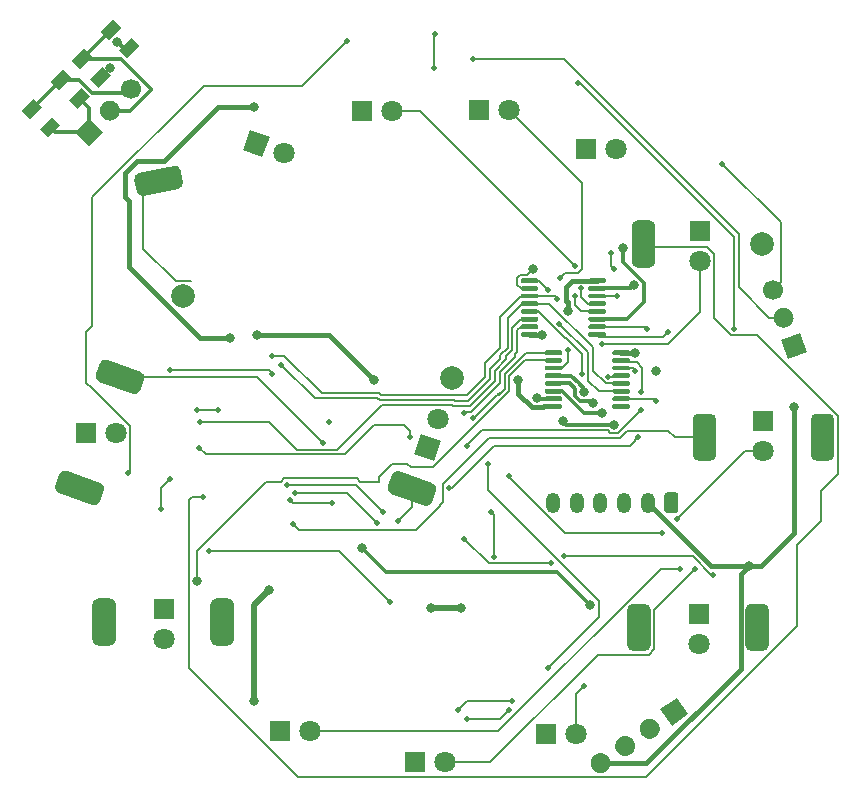
<source format=gbr>
%TF.GenerationSoftware,KiCad,Pcbnew,5.1.9*%
%TF.CreationDate,2021-04-14T19:17:29+02:00*%
%TF.ProjectId,custom-pcb,63757374-6f6d-42d7-9063-622e6b696361,rev?*%
%TF.SameCoordinates,Original*%
%TF.FileFunction,Copper,L1,Top*%
%TF.FilePolarity,Positive*%
%FSLAX46Y46*%
G04 Gerber Fmt 4.6, Leading zero omitted, Abs format (unit mm)*
G04 Created by KiCad (PCBNEW 5.1.9) date 2021-04-14 19:17:29*
%MOMM*%
%LPD*%
G01*
G04 APERTURE LIST*
%TA.AperFunction,ComponentPad*%
%ADD10C,2.000000*%
%TD*%
%TA.AperFunction,ComponentPad*%
%ADD11C,1.800000*%
%TD*%
%TA.AperFunction,ComponentPad*%
%ADD12C,0.100000*%
%TD*%
%TA.AperFunction,ComponentPad*%
%ADD13R,1.800000X1.800000*%
%TD*%
%TA.AperFunction,ComponentPad*%
%ADD14O,1.200000X1.750000*%
%TD*%
%TA.AperFunction,ComponentPad*%
%ADD15C,1.700000*%
%TD*%
%TA.AperFunction,SMDPad,CuDef*%
%ADD16C,0.100000*%
%TD*%
%TA.AperFunction,ViaPad*%
%ADD17C,0.800000*%
%TD*%
%TA.AperFunction,ViaPad*%
%ADD18C,0.500000*%
%TD*%
%TA.AperFunction,Conductor*%
%ADD19C,0.400000*%
%TD*%
%TA.AperFunction,Conductor*%
%ADD20C,0.500000*%
%TD*%
%TA.AperFunction,Conductor*%
%ADD21C,0.200000*%
%TD*%
%TA.AperFunction,Conductor*%
%ADD22C,0.300000*%
%TD*%
G04 APERTURE END LIST*
D10*
%TO.P,SW8,2*%
%TO.N,N/C*%
X92784358Y-69914738D03*
%TO.P,SW8,1*%
%TO.N,TOUCH_LIGHT*%
%TA.AperFunction,ComponentPad*%
G36*
G01*
X92380375Y-60799542D02*
X89445932Y-61423277D01*
G75*
G02*
X88852902Y-61038159I-103956J489074D01*
G01*
X88644991Y-60060012D01*
G75*
G02*
X89030109Y-59466982I489074J103956D01*
G01*
X91964552Y-58843247D01*
G75*
G02*
X92557582Y-59228365I103956J-489074D01*
G01*
X92765493Y-60206512D01*
G75*
G02*
X92380375Y-60799542I-489074J-103956D01*
G01*
G37*
%TD.AperFunction*%
%TD*%
D11*
%TO.P,D1,2*%
%TO.N,LED_WHITE_POWER*%
X114355931Y-80315581D03*
%TA.AperFunction,ComponentPad*%
D12*
%TO.P,D1,1*%
%TO.N,Net-(D1-Pad1)*%
G36*
X114025105Y-83855941D02*
G01*
X112333659Y-83240305D01*
X112949295Y-81548859D01*
X114640741Y-82164495D01*
X114025105Y-83855941D01*
G37*
%TD.AperFunction*%
%TD*%
D13*
%TO.P,D2,1*%
%TO.N,Net-(D2-Pad1)*%
X141884400Y-80467200D03*
D11*
%TO.P,D2,2*%
%TO.N,LED_WHITE_NIGHT*%
X141884400Y-83007200D03*
%TD*%
%TO.P,D3,2*%
%TO.N,LED_WHITE_LOCK*%
X91186000Y-98907600D03*
D13*
%TO.P,D3,1*%
%TO.N,Net-(D3-Pad1)*%
X91186000Y-96367600D03*
%TD*%
%TO.P,D4,1*%
%TO.N,Net-(D4-Pad1)*%
X136550400Y-64363600D03*
D11*
%TO.P,D4,2*%
%TO.N,LED_WHITE_TIMER*%
X136550400Y-66903600D03*
%TD*%
D13*
%TO.P,D5,1*%
%TO.N,Net-(D5-Pad1)*%
X123494800Y-106984800D03*
D11*
%TO.P,D5,2*%
%TO.N,LED_BLUE_V1*%
X126034800Y-106984800D03*
%TD*%
%TO.P,D6,2*%
%TO.N,LED_BLUE_6H*%
X110490000Y-54203600D03*
D13*
%TO.P,D6,1*%
%TO.N,Net-(D6-Pad1)*%
X107950000Y-54203600D03*
%TD*%
D11*
%TO.P,D7,2*%
%TO.N,LED_BLUE_V2*%
X114909600Y-109372400D03*
D13*
%TO.P,D7,1*%
%TO.N,Net-(D7-Pad1)*%
X112369600Y-109372400D03*
%TD*%
%TO.P,D8,1*%
%TO.N,Net-(D8-Pad1)*%
X100990400Y-106730800D03*
D11*
%TO.P,D8,2*%
%TO.N,LED_BLUE_V3*%
X103530400Y-106730800D03*
%TD*%
%TA.AperFunction,ComponentPad*%
D12*
%TO.P,D9,1*%
%TO.N,Net-(D9-Pad1)*%
G36*
X97804859Y-57484705D02*
G01*
X98420495Y-55793259D01*
X100111941Y-56408895D01*
X99496305Y-58100341D01*
X97804859Y-57484705D01*
G37*
%TD.AperFunction*%
D11*
%TO.P,D9,2*%
%TO.N,LED_BLUE_8H*%
X101345219Y-57815531D03*
%TD*%
D13*
%TO.P,D10,1*%
%TO.N,Net-(D10-Pad1)*%
X126898400Y-57454800D03*
D11*
%TO.P,D10,2*%
%TO.N,LED_BLUE_2H*%
X129438400Y-57454800D03*
%TD*%
%TO.P,D11,2*%
%TO.N,LED_RED_FILTER*%
X87071200Y-81483200D03*
D13*
%TO.P,D11,1*%
%TO.N,Net-(D11-Pad1)*%
X84531200Y-81483200D03*
%TD*%
D11*
%TO.P,D12,2*%
%TO.N,LED_BLUE_4H*%
X120396000Y-54152800D03*
D13*
%TO.P,D12,1*%
%TO.N,Net-(D12-Pad1)*%
X117856000Y-54152800D03*
%TD*%
%TO.P,J1,1*%
%TO.N,VCC*%
%TA.AperFunction,ComponentPad*%
G36*
G01*
X134712000Y-86750999D02*
X134712000Y-88001001D01*
G75*
G02*
X134462001Y-88251000I-249999J0D01*
G01*
X133761999Y-88251000D01*
G75*
G02*
X133512000Y-88001001I0J249999D01*
G01*
X133512000Y-86750999D01*
G75*
G02*
X133761999Y-86501000I249999J0D01*
G01*
X134462001Y-86501000D01*
G75*
G02*
X134712000Y-86750999I0J-249999D01*
G01*
G37*
%TD.AperFunction*%
D14*
%TO.P,J1,2*%
%TO.N,GND*%
X132112000Y-87376000D03*
%TO.P,J1,3*%
%TO.N,Net-(J1-Pad3)*%
X130112000Y-87376000D03*
%TO.P,J1,4*%
%TO.N,Net-(J1-Pad4)*%
X128112000Y-87376000D03*
%TO.P,J1,5*%
%TO.N,Net-(J1-Pad5)*%
X126112000Y-87376000D03*
%TO.P,J1,6*%
%TO.N,Net-(J1-Pad6)*%
X124112000Y-87376000D03*
%TD*%
%TO.P,U2,1*%
%TO.N,LED_BLUE_V2*%
%TA.AperFunction,SMDPad,CuDef*%
G36*
G01*
X128568000Y-73041000D02*
X128568000Y-73241000D01*
G75*
G02*
X128468000Y-73341000I-100000J0D01*
G01*
X127193000Y-73341000D01*
G75*
G02*
X127093000Y-73241000I0J100000D01*
G01*
X127093000Y-73041000D01*
G75*
G02*
X127193000Y-72941000I100000J0D01*
G01*
X128468000Y-72941000D01*
G75*
G02*
X128568000Y-73041000I0J-100000D01*
G01*
G37*
%TD.AperFunction*%
%TO.P,U2,2*%
%TO.N,LED_BLUE_V3*%
%TA.AperFunction,SMDPad,CuDef*%
G36*
G01*
X128568000Y-72391000D02*
X128568000Y-72591000D01*
G75*
G02*
X128468000Y-72691000I-100000J0D01*
G01*
X127193000Y-72691000D01*
G75*
G02*
X127093000Y-72591000I0J100000D01*
G01*
X127093000Y-72391000D01*
G75*
G02*
X127193000Y-72291000I100000J0D01*
G01*
X128468000Y-72291000D01*
G75*
G02*
X128568000Y-72391000I0J-100000D01*
G01*
G37*
%TD.AperFunction*%
%TO.P,U2,3*%
%TO.N,LED_BLUE_2H*%
%TA.AperFunction,SMDPad,CuDef*%
G36*
G01*
X128568000Y-71741000D02*
X128568000Y-71941000D01*
G75*
G02*
X128468000Y-72041000I-100000J0D01*
G01*
X127193000Y-72041000D01*
G75*
G02*
X127093000Y-71941000I0J100000D01*
G01*
X127093000Y-71741000D01*
G75*
G02*
X127193000Y-71641000I100000J0D01*
G01*
X128468000Y-71641000D01*
G75*
G02*
X128568000Y-71741000I0J-100000D01*
G01*
G37*
%TD.AperFunction*%
%TO.P,U2,4*%
%TO.N,LED_BLUE_4H*%
%TA.AperFunction,SMDPad,CuDef*%
G36*
G01*
X128568000Y-71091000D02*
X128568000Y-71291000D01*
G75*
G02*
X128468000Y-71391000I-100000J0D01*
G01*
X127193000Y-71391000D01*
G75*
G02*
X127093000Y-71291000I0J100000D01*
G01*
X127093000Y-71091000D01*
G75*
G02*
X127193000Y-70991000I100000J0D01*
G01*
X128468000Y-70991000D01*
G75*
G02*
X128568000Y-71091000I0J-100000D01*
G01*
G37*
%TD.AperFunction*%
%TO.P,U2,5*%
%TO.N,LED_BLUE_6H*%
%TA.AperFunction,SMDPad,CuDef*%
G36*
G01*
X128568000Y-70441000D02*
X128568000Y-70641000D01*
G75*
G02*
X128468000Y-70741000I-100000J0D01*
G01*
X127193000Y-70741000D01*
G75*
G02*
X127093000Y-70641000I0J100000D01*
G01*
X127093000Y-70441000D01*
G75*
G02*
X127193000Y-70341000I100000J0D01*
G01*
X128468000Y-70341000D01*
G75*
G02*
X128568000Y-70441000I0J-100000D01*
G01*
G37*
%TD.AperFunction*%
%TO.P,U2,6*%
%TO.N,LED_BLUE_8H*%
%TA.AperFunction,SMDPad,CuDef*%
G36*
G01*
X128568000Y-69791000D02*
X128568000Y-69991000D01*
G75*
G02*
X128468000Y-70091000I-100000J0D01*
G01*
X127193000Y-70091000D01*
G75*
G02*
X127093000Y-69991000I0J100000D01*
G01*
X127093000Y-69791000D01*
G75*
G02*
X127193000Y-69691000I100000J0D01*
G01*
X128468000Y-69691000D01*
G75*
G02*
X128568000Y-69791000I0J-100000D01*
G01*
G37*
%TD.AperFunction*%
%TO.P,U2,7*%
%TO.N,LED_WHITE_FAN*%
%TA.AperFunction,SMDPad,CuDef*%
G36*
G01*
X128568000Y-69141000D02*
X128568000Y-69341000D01*
G75*
G02*
X128468000Y-69441000I-100000J0D01*
G01*
X127193000Y-69441000D01*
G75*
G02*
X127093000Y-69341000I0J100000D01*
G01*
X127093000Y-69141000D01*
G75*
G02*
X127193000Y-69041000I100000J0D01*
G01*
X128468000Y-69041000D01*
G75*
G02*
X128568000Y-69141000I0J-100000D01*
G01*
G37*
%TD.AperFunction*%
%TO.P,U2,8*%
%TO.N,GND*%
%TA.AperFunction,SMDPad,CuDef*%
G36*
G01*
X128568000Y-68491000D02*
X128568000Y-68691000D01*
G75*
G02*
X128468000Y-68791000I-100000J0D01*
G01*
X127193000Y-68791000D01*
G75*
G02*
X127093000Y-68691000I0J100000D01*
G01*
X127093000Y-68491000D01*
G75*
G02*
X127193000Y-68391000I100000J0D01*
G01*
X128468000Y-68391000D01*
G75*
G02*
X128568000Y-68491000I0J-100000D01*
G01*
G37*
%TD.AperFunction*%
%TO.P,U2,9*%
%TO.N,SHIFT_1TO2*%
%TA.AperFunction,SMDPad,CuDef*%
G36*
G01*
X122843000Y-68491000D02*
X122843000Y-68691000D01*
G75*
G02*
X122743000Y-68791000I-100000J0D01*
G01*
X121468000Y-68791000D01*
G75*
G02*
X121368000Y-68691000I0J100000D01*
G01*
X121368000Y-68491000D01*
G75*
G02*
X121468000Y-68391000I100000J0D01*
G01*
X122743000Y-68391000D01*
G75*
G02*
X122843000Y-68491000I0J-100000D01*
G01*
G37*
%TD.AperFunction*%
%TO.P,U2,10*%
%TO.N,Net-(R3-Pad1)*%
%TA.AperFunction,SMDPad,CuDef*%
G36*
G01*
X122843000Y-69141000D02*
X122843000Y-69341000D01*
G75*
G02*
X122743000Y-69441000I-100000J0D01*
G01*
X121468000Y-69441000D01*
G75*
G02*
X121368000Y-69341000I0J100000D01*
G01*
X121368000Y-69141000D01*
G75*
G02*
X121468000Y-69041000I100000J0D01*
G01*
X122743000Y-69041000D01*
G75*
G02*
X122843000Y-69141000I0J-100000D01*
G01*
G37*
%TD.AperFunction*%
%TO.P,U2,11*%
%TO.N,SHIFT_CLK*%
%TA.AperFunction,SMDPad,CuDef*%
G36*
G01*
X122843000Y-69791000D02*
X122843000Y-69991000D01*
G75*
G02*
X122743000Y-70091000I-100000J0D01*
G01*
X121468000Y-70091000D01*
G75*
G02*
X121368000Y-69991000I0J100000D01*
G01*
X121368000Y-69791000D01*
G75*
G02*
X121468000Y-69691000I100000J0D01*
G01*
X122743000Y-69691000D01*
G75*
G02*
X122843000Y-69791000I0J-100000D01*
G01*
G37*
%TD.AperFunction*%
%TO.P,U2,12*%
%TO.N,SHIFT_LATCH*%
%TA.AperFunction,SMDPad,CuDef*%
G36*
G01*
X122843000Y-70441000D02*
X122843000Y-70641000D01*
G75*
G02*
X122743000Y-70741000I-100000J0D01*
G01*
X121468000Y-70741000D01*
G75*
G02*
X121368000Y-70641000I0J100000D01*
G01*
X121368000Y-70441000D01*
G75*
G02*
X121468000Y-70341000I100000J0D01*
G01*
X122743000Y-70341000D01*
G75*
G02*
X122843000Y-70441000I0J-100000D01*
G01*
G37*
%TD.AperFunction*%
%TO.P,U2,13*%
%TO.N,SHIFT_OUTEN*%
%TA.AperFunction,SMDPad,CuDef*%
G36*
G01*
X122843000Y-71091000D02*
X122843000Y-71291000D01*
G75*
G02*
X122743000Y-71391000I-100000J0D01*
G01*
X121468000Y-71391000D01*
G75*
G02*
X121368000Y-71291000I0J100000D01*
G01*
X121368000Y-71091000D01*
G75*
G02*
X121468000Y-70991000I100000J0D01*
G01*
X122743000Y-70991000D01*
G75*
G02*
X122843000Y-71091000I0J-100000D01*
G01*
G37*
%TD.AperFunction*%
%TO.P,U2,14*%
%TO.N,SHIFT_DS*%
%TA.AperFunction,SMDPad,CuDef*%
G36*
G01*
X122843000Y-71741000D02*
X122843000Y-71941000D01*
G75*
G02*
X122743000Y-72041000I-100000J0D01*
G01*
X121468000Y-72041000D01*
G75*
G02*
X121368000Y-71941000I0J100000D01*
G01*
X121368000Y-71741000D01*
G75*
G02*
X121468000Y-71641000I100000J0D01*
G01*
X122743000Y-71641000D01*
G75*
G02*
X122843000Y-71741000I0J-100000D01*
G01*
G37*
%TD.AperFunction*%
%TO.P,U2,15*%
%TO.N,LED_BLUE_V1*%
%TA.AperFunction,SMDPad,CuDef*%
G36*
G01*
X122843000Y-72391000D02*
X122843000Y-72591000D01*
G75*
G02*
X122743000Y-72691000I-100000J0D01*
G01*
X121468000Y-72691000D01*
G75*
G02*
X121368000Y-72591000I0J100000D01*
G01*
X121368000Y-72391000D01*
G75*
G02*
X121468000Y-72291000I100000J0D01*
G01*
X122743000Y-72291000D01*
G75*
G02*
X122843000Y-72391000I0J-100000D01*
G01*
G37*
%TD.AperFunction*%
%TO.P,U2,16*%
%TO.N,VCC*%
%TA.AperFunction,SMDPad,CuDef*%
G36*
G01*
X122843000Y-73041000D02*
X122843000Y-73241000D01*
G75*
G02*
X122743000Y-73341000I-100000J0D01*
G01*
X121468000Y-73341000D01*
G75*
G02*
X121368000Y-73241000I0J100000D01*
G01*
X121368000Y-73041000D01*
G75*
G02*
X121468000Y-72941000I100000J0D01*
G01*
X122743000Y-72941000D01*
G75*
G02*
X122843000Y-73041000I0J-100000D01*
G01*
G37*
%TD.AperFunction*%
%TD*%
%TO.P,U3,16*%
%TO.N,VCC*%
%TA.AperFunction,SMDPad,CuDef*%
G36*
G01*
X129125000Y-74787000D02*
X129125000Y-74587000D01*
G75*
G02*
X129225000Y-74487000I100000J0D01*
G01*
X130500000Y-74487000D01*
G75*
G02*
X130600000Y-74587000I0J-100000D01*
G01*
X130600000Y-74787000D01*
G75*
G02*
X130500000Y-74887000I-100000J0D01*
G01*
X129225000Y-74887000D01*
G75*
G02*
X129125000Y-74787000I0J100000D01*
G01*
G37*
%TD.AperFunction*%
%TO.P,U3,15*%
%TO.N,LED_WHITE_POWER*%
%TA.AperFunction,SMDPad,CuDef*%
G36*
G01*
X129125000Y-75437000D02*
X129125000Y-75237000D01*
G75*
G02*
X129225000Y-75137000I100000J0D01*
G01*
X130500000Y-75137000D01*
G75*
G02*
X130600000Y-75237000I0J-100000D01*
G01*
X130600000Y-75437000D01*
G75*
G02*
X130500000Y-75537000I-100000J0D01*
G01*
X129225000Y-75537000D01*
G75*
G02*
X129125000Y-75437000I0J100000D01*
G01*
G37*
%TD.AperFunction*%
%TO.P,U3,14*%
%TO.N,SHIFT_1TO2*%
%TA.AperFunction,SMDPad,CuDef*%
G36*
G01*
X129125000Y-76087000D02*
X129125000Y-75887000D01*
G75*
G02*
X129225000Y-75787000I100000J0D01*
G01*
X130500000Y-75787000D01*
G75*
G02*
X130600000Y-75887000I0J-100000D01*
G01*
X130600000Y-76087000D01*
G75*
G02*
X130500000Y-76187000I-100000J0D01*
G01*
X129225000Y-76187000D01*
G75*
G02*
X129125000Y-76087000I0J100000D01*
G01*
G37*
%TD.AperFunction*%
%TO.P,U3,13*%
%TO.N,SHIFT_OUTEN*%
%TA.AperFunction,SMDPad,CuDef*%
G36*
G01*
X129125000Y-76737000D02*
X129125000Y-76537000D01*
G75*
G02*
X129225000Y-76437000I100000J0D01*
G01*
X130500000Y-76437000D01*
G75*
G02*
X130600000Y-76537000I0J-100000D01*
G01*
X130600000Y-76737000D01*
G75*
G02*
X130500000Y-76837000I-100000J0D01*
G01*
X129225000Y-76837000D01*
G75*
G02*
X129125000Y-76737000I0J100000D01*
G01*
G37*
%TD.AperFunction*%
%TO.P,U3,12*%
%TO.N,SHIFT_LATCH*%
%TA.AperFunction,SMDPad,CuDef*%
G36*
G01*
X129125000Y-77387000D02*
X129125000Y-77187000D01*
G75*
G02*
X129225000Y-77087000I100000J0D01*
G01*
X130500000Y-77087000D01*
G75*
G02*
X130600000Y-77187000I0J-100000D01*
G01*
X130600000Y-77387000D01*
G75*
G02*
X130500000Y-77487000I-100000J0D01*
G01*
X129225000Y-77487000D01*
G75*
G02*
X129125000Y-77387000I0J100000D01*
G01*
G37*
%TD.AperFunction*%
%TO.P,U3,11*%
%TO.N,SHIFT_CLK*%
%TA.AperFunction,SMDPad,CuDef*%
G36*
G01*
X129125000Y-78037000D02*
X129125000Y-77837000D01*
G75*
G02*
X129225000Y-77737000I100000J0D01*
G01*
X130500000Y-77737000D01*
G75*
G02*
X130600000Y-77837000I0J-100000D01*
G01*
X130600000Y-78037000D01*
G75*
G02*
X130500000Y-78137000I-100000J0D01*
G01*
X129225000Y-78137000D01*
G75*
G02*
X129125000Y-78037000I0J100000D01*
G01*
G37*
%TD.AperFunction*%
%TO.P,U3,10*%
%TO.N,Net-(R2-Pad1)*%
%TA.AperFunction,SMDPad,CuDef*%
G36*
G01*
X129125000Y-78687000D02*
X129125000Y-78487000D01*
G75*
G02*
X129225000Y-78387000I100000J0D01*
G01*
X130500000Y-78387000D01*
G75*
G02*
X130600000Y-78487000I0J-100000D01*
G01*
X130600000Y-78687000D01*
G75*
G02*
X130500000Y-78787000I-100000J0D01*
G01*
X129225000Y-78787000D01*
G75*
G02*
X129125000Y-78687000I0J100000D01*
G01*
G37*
%TD.AperFunction*%
%TO.P,U3,9*%
%TO.N,N/C*%
%TA.AperFunction,SMDPad,CuDef*%
G36*
G01*
X129125000Y-79337000D02*
X129125000Y-79137000D01*
G75*
G02*
X129225000Y-79037000I100000J0D01*
G01*
X130500000Y-79037000D01*
G75*
G02*
X130600000Y-79137000I0J-100000D01*
G01*
X130600000Y-79337000D01*
G75*
G02*
X130500000Y-79437000I-100000J0D01*
G01*
X129225000Y-79437000D01*
G75*
G02*
X129125000Y-79337000I0J100000D01*
G01*
G37*
%TD.AperFunction*%
%TO.P,U3,8*%
%TO.N,GND*%
%TA.AperFunction,SMDPad,CuDef*%
G36*
G01*
X123400000Y-79337000D02*
X123400000Y-79137000D01*
G75*
G02*
X123500000Y-79037000I100000J0D01*
G01*
X124775000Y-79037000D01*
G75*
G02*
X124875000Y-79137000I0J-100000D01*
G01*
X124875000Y-79337000D01*
G75*
G02*
X124775000Y-79437000I-100000J0D01*
G01*
X123500000Y-79437000D01*
G75*
G02*
X123400000Y-79337000I0J100000D01*
G01*
G37*
%TD.AperFunction*%
%TO.P,U3,7*%
%TO.N,FAN_CTL3*%
%TA.AperFunction,SMDPad,CuDef*%
G36*
G01*
X123400000Y-78687000D02*
X123400000Y-78487000D01*
G75*
G02*
X123500000Y-78387000I100000J0D01*
G01*
X124775000Y-78387000D01*
G75*
G02*
X124875000Y-78487000I0J-100000D01*
G01*
X124875000Y-78687000D01*
G75*
G02*
X124775000Y-78787000I-100000J0D01*
G01*
X123500000Y-78787000D01*
G75*
G02*
X123400000Y-78687000I0J100000D01*
G01*
G37*
%TD.AperFunction*%
%TO.P,U3,6*%
%TO.N,FAN_CTL2*%
%TA.AperFunction,SMDPad,CuDef*%
G36*
G01*
X123400000Y-78037000D02*
X123400000Y-77837000D01*
G75*
G02*
X123500000Y-77737000I100000J0D01*
G01*
X124775000Y-77737000D01*
G75*
G02*
X124875000Y-77837000I0J-100000D01*
G01*
X124875000Y-78037000D01*
G75*
G02*
X124775000Y-78137000I-100000J0D01*
G01*
X123500000Y-78137000D01*
G75*
G02*
X123400000Y-78037000I0J100000D01*
G01*
G37*
%TD.AperFunction*%
%TO.P,U3,5*%
%TO.N,FAN_CTL1*%
%TA.AperFunction,SMDPad,CuDef*%
G36*
G01*
X123400000Y-77387000D02*
X123400000Y-77187000D01*
G75*
G02*
X123500000Y-77087000I100000J0D01*
G01*
X124775000Y-77087000D01*
G75*
G02*
X124875000Y-77187000I0J-100000D01*
G01*
X124875000Y-77387000D01*
G75*
G02*
X124775000Y-77487000I-100000J0D01*
G01*
X123500000Y-77487000D01*
G75*
G02*
X123400000Y-77387000I0J100000D01*
G01*
G37*
%TD.AperFunction*%
%TO.P,U3,4*%
%TO.N,FAN_CTL0*%
%TA.AperFunction,SMDPad,CuDef*%
G36*
G01*
X123400000Y-76737000D02*
X123400000Y-76537000D01*
G75*
G02*
X123500000Y-76437000I100000J0D01*
G01*
X124775000Y-76437000D01*
G75*
G02*
X124875000Y-76537000I0J-100000D01*
G01*
X124875000Y-76737000D01*
G75*
G02*
X124775000Y-76837000I-100000J0D01*
G01*
X123500000Y-76837000D01*
G75*
G02*
X123400000Y-76737000I0J100000D01*
G01*
G37*
%TD.AperFunction*%
%TO.P,U3,3*%
%TO.N,LED_WHITE_TIMER*%
%TA.AperFunction,SMDPad,CuDef*%
G36*
G01*
X123400000Y-76087000D02*
X123400000Y-75887000D01*
G75*
G02*
X123500000Y-75787000I100000J0D01*
G01*
X124775000Y-75787000D01*
G75*
G02*
X124875000Y-75887000I0J-100000D01*
G01*
X124875000Y-76087000D01*
G75*
G02*
X124775000Y-76187000I-100000J0D01*
G01*
X123500000Y-76187000D01*
G75*
G02*
X123400000Y-76087000I0J100000D01*
G01*
G37*
%TD.AperFunction*%
%TO.P,U3,2*%
%TO.N,LED_WHITE_LOCK*%
%TA.AperFunction,SMDPad,CuDef*%
G36*
G01*
X123400000Y-75437000D02*
X123400000Y-75237000D01*
G75*
G02*
X123500000Y-75137000I100000J0D01*
G01*
X124775000Y-75137000D01*
G75*
G02*
X124875000Y-75237000I0J-100000D01*
G01*
X124875000Y-75437000D01*
G75*
G02*
X124775000Y-75537000I-100000J0D01*
G01*
X123500000Y-75537000D01*
G75*
G02*
X123400000Y-75437000I0J100000D01*
G01*
G37*
%TD.AperFunction*%
%TO.P,U3,1*%
%TO.N,LED_WHITE_NIGHT*%
%TA.AperFunction,SMDPad,CuDef*%
G36*
G01*
X123400000Y-74787000D02*
X123400000Y-74587000D01*
G75*
G02*
X123500000Y-74487000I100000J0D01*
G01*
X124775000Y-74487000D01*
G75*
G02*
X124875000Y-74587000I0J-100000D01*
G01*
X124875000Y-74787000D01*
G75*
G02*
X124775000Y-74887000I-100000J0D01*
G01*
X123500000Y-74887000D01*
G75*
G02*
X123400000Y-74787000I0J100000D01*
G01*
G37*
%TD.AperFunction*%
%TD*%
%TO.P,SW3,1*%
%TO.N,TOUCH_POWER*%
%TA.AperFunction,ComponentPad*%
G36*
G01*
X111065180Y-84728940D02*
X113884258Y-85755001D01*
G75*
G02*
X114183094Y-86395857I-171010J-469846D01*
G01*
X113841074Y-87335550D01*
G75*
G02*
X113200218Y-87634386I-469846J171010D01*
G01*
X110381140Y-86608325D01*
G75*
G02*
X110082304Y-85967469I171010J469846D01*
G01*
X110424324Y-85027776D01*
G75*
G02*
X111065180Y-84728940I469846J-171010D01*
G01*
G37*
%TD.AperFunction*%
D10*
%TO.P,SW3,2*%
%TO.N,N/C*%
X115552901Y-76784737D03*
%TD*%
%TO.P,SW4,2*%
%TO.N,N/C*%
%TA.AperFunction,ComponentPad*%
G36*
G01*
X142368800Y-96442400D02*
X142368800Y-99442400D01*
G75*
G02*
X141868800Y-99942400I-500000J0D01*
G01*
X140868800Y-99942400D01*
G75*
G02*
X140368800Y-99442400I0J500000D01*
G01*
X140368800Y-96442400D01*
G75*
G02*
X140868800Y-95942400I500000J0D01*
G01*
X141868800Y-95942400D01*
G75*
G02*
X142368800Y-96442400I0J-500000D01*
G01*
G37*
%TD.AperFunction*%
%TO.P,SW4,1*%
%TO.N,TOUCH_FAN*%
%TA.AperFunction,ComponentPad*%
G36*
G01*
X132368800Y-96442400D02*
X132368800Y-99442400D01*
G75*
G02*
X131868800Y-99942400I-500000J0D01*
G01*
X130868800Y-99942400D01*
G75*
G02*
X130368800Y-99442400I0J500000D01*
G01*
X130368800Y-96442400D01*
G75*
G02*
X130868800Y-95942400I500000J0D01*
G01*
X131868800Y-95942400D01*
G75*
G02*
X132368800Y-96442400I0J-500000D01*
G01*
G37*
%TD.AperFunction*%
%TD*%
%TO.P,SW5,2*%
%TO.N,N/C*%
%TA.AperFunction,ComponentPad*%
G36*
G01*
X147913600Y-80338800D02*
X147913600Y-83338800D01*
G75*
G02*
X147413600Y-83838800I-500000J0D01*
G01*
X146413600Y-83838800D01*
G75*
G02*
X145913600Y-83338800I0J500000D01*
G01*
X145913600Y-80338800D01*
G75*
G02*
X146413600Y-79838800I500000J0D01*
G01*
X147413600Y-79838800D01*
G75*
G02*
X147913600Y-80338800I0J-500000D01*
G01*
G37*
%TD.AperFunction*%
%TO.P,SW5,1*%
%TO.N,TOUCH_NIGHT*%
%TA.AperFunction,ComponentPad*%
G36*
G01*
X137913600Y-80338800D02*
X137913600Y-83338800D01*
G75*
G02*
X137413600Y-83838800I-500000J0D01*
G01*
X136413600Y-83838800D01*
G75*
G02*
X135913600Y-83338800I0J500000D01*
G01*
X135913600Y-80338800D01*
G75*
G02*
X136413600Y-79838800I500000J0D01*
G01*
X137413600Y-79838800D01*
G75*
G02*
X137913600Y-80338800I0J-500000D01*
G01*
G37*
%TD.AperFunction*%
%TD*%
%TO.P,SW6,1*%
%TO.N,TOUCH_TIMER*%
%TA.AperFunction,ComponentPad*%
G36*
G01*
X132753600Y-63981200D02*
X132753600Y-66981200D01*
G75*
G02*
X132253600Y-67481200I-500000J0D01*
G01*
X131253600Y-67481200D01*
G75*
G02*
X130753600Y-66981200I0J500000D01*
G01*
X130753600Y-63981200D01*
G75*
G02*
X131253600Y-63481200I500000J0D01*
G01*
X132253600Y-63481200D01*
G75*
G02*
X132753600Y-63981200I0J-500000D01*
G01*
G37*
%TD.AperFunction*%
%TO.P,SW6,2*%
%TO.N,N/C*%
X141753600Y-65481200D03*
%TD*%
%TO.P,SW7,1*%
%TO.N,TOUCH_FILTER*%
%TA.AperFunction,ComponentPad*%
G36*
G01*
X88498820Y-78186660D02*
X85679742Y-77160599D01*
G75*
G02*
X85380906Y-76519743I171010J469846D01*
G01*
X85722926Y-75580050D01*
G75*
G02*
X86363782Y-75281214I469846J-171010D01*
G01*
X89182860Y-76307275D01*
G75*
G02*
X89481696Y-76948131I-171010J-469846D01*
G01*
X89139676Y-77887824D01*
G75*
G02*
X88498820Y-78186660I-469846J171010D01*
G01*
G37*
%TD.AperFunction*%
%TO.P,SW7,2*%
%TO.N,N/C*%
%TA.AperFunction,ComponentPad*%
G36*
G01*
X85078618Y-87583586D02*
X82259540Y-86557525D01*
G75*
G02*
X81960704Y-85916669I171010J469846D01*
G01*
X82302724Y-84976976D01*
G75*
G02*
X82943580Y-84678140I469846J-171010D01*
G01*
X85762658Y-85704201D01*
G75*
G02*
X86061494Y-86345057I-171010J-469846D01*
G01*
X85719474Y-87284750D01*
G75*
G02*
X85078618Y-87583586I-469846J171010D01*
G01*
G37*
%TD.AperFunction*%
%TD*%
%TO.P,SW9,2*%
%TO.N,N/C*%
%TA.AperFunction,ComponentPad*%
G36*
G01*
X85084400Y-98985200D02*
X85084400Y-95985200D01*
G75*
G02*
X85584400Y-95485200I500000J0D01*
G01*
X86584400Y-95485200D01*
G75*
G02*
X87084400Y-95985200I0J-500000D01*
G01*
X87084400Y-98985200D01*
G75*
G02*
X86584400Y-99485200I-500000J0D01*
G01*
X85584400Y-99485200D01*
G75*
G02*
X85084400Y-98985200I0J500000D01*
G01*
G37*
%TD.AperFunction*%
%TO.P,SW9,1*%
%TO.N,TOUCH_LOCK*%
%TA.AperFunction,ComponentPad*%
G36*
G01*
X95084400Y-98985200D02*
X95084400Y-95985200D01*
G75*
G02*
X95584400Y-95485200I500000J0D01*
G01*
X96584400Y-95485200D01*
G75*
G02*
X97084400Y-95985200I0J-500000D01*
G01*
X97084400Y-98985200D01*
G75*
G02*
X96584400Y-99485200I-500000J0D01*
G01*
X95584400Y-99485200D01*
G75*
G02*
X95084400Y-98985200I0J500000D01*
G01*
G37*
%TD.AperFunction*%
%TD*%
D13*
%TO.P,D13,1*%
%TO.N,Net-(D13-Pad1)*%
X136448800Y-96774000D03*
D11*
%TO.P,D13,2*%
%TO.N,LED_WHITE_FAN*%
X136448800Y-99314000D03*
%TD*%
%TA.AperFunction,ComponentPad*%
D12*
%TO.P,J2,1*%
%TO.N,VCC*%
G36*
X133180027Y-104861977D02*
G01*
X134572585Y-103886897D01*
X135547665Y-105279455D01*
X134155107Y-106254535D01*
X133180027Y-104861977D01*
G37*
%TD.AperFunction*%
%TO.P,J2,2*%
%TO.N,TXD*%
%TA.AperFunction,ComponentPad*%
G36*
G01*
X131795660Y-105831321D02*
X131795660Y-105831321D01*
G75*
G02*
X132979479Y-106040060I487540J-696279D01*
G01*
X132979479Y-106040060D01*
G75*
G02*
X132770740Y-107223879I-696279J-487540D01*
G01*
X132770740Y-107223879D01*
G75*
G02*
X131586921Y-107015140I-487540J696279D01*
G01*
X131586921Y-107015140D01*
G75*
G02*
X131795660Y-105831321I696279J487540D01*
G01*
G37*
%TD.AperFunction*%
%TO.P,J2,3*%
%TO.N,RXD*%
%TA.AperFunction,ComponentPad*%
G36*
G01*
X129715014Y-107288205D02*
X129715014Y-107288205D01*
G75*
G02*
X130898833Y-107496944I487540J-696279D01*
G01*
X130898833Y-107496944D01*
G75*
G02*
X130690094Y-108680763I-696279J-487540D01*
G01*
X130690094Y-108680763D01*
G75*
G02*
X129506275Y-108472024I-487540J696279D01*
G01*
X129506275Y-108472024D01*
G75*
G02*
X129715014Y-107288205I696279J487540D01*
G01*
G37*
%TD.AperFunction*%
%TO.P,J2,4*%
%TO.N,GND*%
%TA.AperFunction,ComponentPad*%
G36*
G01*
X127634367Y-108745089D02*
X127634367Y-108745089D01*
G75*
G02*
X128818186Y-108953828I487540J-696279D01*
G01*
X128818186Y-108953828D01*
G75*
G02*
X128609447Y-110137647I-696279J-487540D01*
G01*
X128609447Y-110137647D01*
G75*
G02*
X127425628Y-109928908I-487540J696279D01*
G01*
X127425628Y-109928908D01*
G75*
G02*
X127634367Y-108745089I696279J487540D01*
G01*
G37*
%TD.AperFunction*%
%TD*%
%TA.AperFunction,ComponentPad*%
%TO.P,J4,3*%
%TO.N,GND*%
G36*
X143977440Y-75205095D02*
G01*
X143396006Y-73607617D01*
X144993484Y-73026183D01*
X145574918Y-74623661D01*
X143977440Y-75205095D01*
G37*
%TD.AperFunction*%
%TO.P,J4,2*%
%TO.N,IO0*%
%TA.AperFunction,ComponentPad*%
G36*
G01*
X142817992Y-72019536D02*
X142817992Y-72019536D01*
G75*
G02*
X143326014Y-70930080I798739J290717D01*
G01*
X143326014Y-70930080D01*
G75*
G02*
X144415470Y-71438102I290717J-798739D01*
G01*
X144415470Y-71438102D01*
G75*
G02*
X143907448Y-72527558I-798739J-290717D01*
G01*
X143907448Y-72527558D01*
G75*
G02*
X142817992Y-72019536I-290717J798739D01*
G01*
G37*
%TD.AperFunction*%
D15*
%TO.P,J4,1*%
%TO.N,EN*%
X142748000Y-69342000D03*
%TD*%
%TA.AperFunction,SMDPad,CuDef*%
D16*
%TO.P,SW10,1*%
%TO.N,EN_D*%
G36*
X79778067Y-54929170D02*
G01*
X79070961Y-54222064D01*
X80131621Y-53161404D01*
X80838727Y-53868510D01*
X79778067Y-54929170D01*
G37*
%TD.AperFunction*%
%TA.AperFunction,SMDPad,CuDef*%
%TO.P,SW10,2*%
%TO.N,GND1*%
G36*
X81333702Y-56484805D02*
G01*
X80626596Y-55777699D01*
X81687256Y-54717039D01*
X82394362Y-55424145D01*
X81333702Y-56484805D01*
G37*
%TD.AperFunction*%
%TA.AperFunction,SMDPad,CuDef*%
G36*
X83808575Y-54009932D02*
G01*
X83101469Y-53302826D01*
X84162129Y-52242166D01*
X84869235Y-52949272D01*
X83808575Y-54009932D01*
G37*
%TD.AperFunction*%
%TA.AperFunction,SMDPad,CuDef*%
%TO.P,SW10,1*%
%TO.N,EN_D*%
G36*
X82252940Y-52454297D02*
G01*
X81545834Y-51747191D01*
X82606494Y-50686531D01*
X83313600Y-51393637D01*
X82252940Y-52454297D01*
G37*
%TD.AperFunction*%
%TD*%
%TA.AperFunction,SMDPad,CuDef*%
%TO.P,SW11,1*%
%TO.N,IO0_D*%
G36*
X86495581Y-48211657D02*
G01*
X85788475Y-47504551D01*
X86849135Y-46443891D01*
X87556241Y-47150997D01*
X86495581Y-48211657D01*
G37*
%TD.AperFunction*%
%TA.AperFunction,SMDPad,CuDef*%
%TO.P,SW11,2*%
%TO.N,GND1*%
G36*
X88051216Y-49767292D02*
G01*
X87344110Y-49060186D01*
X88404770Y-47999526D01*
X89111876Y-48706632D01*
X88051216Y-49767292D01*
G37*
%TD.AperFunction*%
%TA.AperFunction,SMDPad,CuDef*%
G36*
X85576343Y-52242165D02*
G01*
X84869237Y-51535059D01*
X85929897Y-50474399D01*
X86637003Y-51181505D01*
X85576343Y-52242165D01*
G37*
%TD.AperFunction*%
%TA.AperFunction,SMDPad,CuDef*%
%TO.P,SW11,1*%
%TO.N,IO0_D*%
G36*
X84020708Y-50686530D02*
G01*
X83313602Y-49979424D01*
X84374262Y-48918764D01*
X85081368Y-49625870D01*
X84020708Y-50686530D01*
G37*
%TD.AperFunction*%
%TD*%
%TA.AperFunction,ComponentPad*%
D12*
%TO.P,J3,3*%
%TO.N,GND1*%
G36*
X85986465Y-55984174D02*
G01*
X84784383Y-57186256D01*
X83582301Y-55984174D01*
X84784383Y-54782092D01*
X85986465Y-55984174D01*
G37*
%TD.AperFunction*%
%TO.P,J3,2*%
%TO.N,IO0_D*%
%TA.AperFunction,ComponentPad*%
G36*
G01*
X87181475Y-54789164D02*
X87181475Y-54789164D01*
G75*
G02*
X85979393Y-54789164I-601041J601041D01*
G01*
X85979393Y-54789164D01*
G75*
G02*
X85979393Y-53587082I601041J601041D01*
G01*
X85979393Y-53587082D01*
G75*
G02*
X87181475Y-53587082I601041J-601041D01*
G01*
X87181475Y-53587082D01*
G75*
G02*
X87181475Y-54789164I-601041J-601041D01*
G01*
G37*
%TD.AperFunction*%
D15*
%TO.P,J3,1*%
%TO.N,EN_D*%
X88376485Y-52392072D03*
%TD*%
D17*
%TO.N,VCC*%
X123177025Y-73164975D03*
X131064000Y-74676000D03*
X132842000Y-76200000D03*
%TO.N,GND*%
X121158000Y-76962000D03*
X100076000Y-94742000D03*
X98806000Y-104140000D03*
X140716000Y-92710000D03*
X144526000Y-79248000D03*
X125346244Y-71112473D03*
D18*
X118872000Y-88138000D03*
X119126000Y-91948000D03*
X114046000Y-50546000D03*
X114130000Y-47668000D03*
D17*
%TO.N,+3V3*%
X116332000Y-96266000D03*
X113792000Y-96266000D03*
X98806000Y-53848000D03*
X96774000Y-73406000D03*
X99060000Y-73152000D03*
X108966000Y-76962000D03*
D18*
%TO.N,EN*%
X138430000Y-58674000D03*
%TO.N,IO0*%
X117348000Y-49784000D03*
%TO.N,LED_WHITE_POWER*%
X131572000Y-77978000D03*
X131572000Y-79502000D03*
X116840000Y-82550000D03*
%TO.N,LED_WHITE_NIGHT*%
X117305754Y-80221754D03*
X133350000Y-89916000D03*
X134573999Y-88790274D03*
X120396000Y-85090000D03*
D17*
%TO.N,LED_WHITE_LOCK*%
X93980000Y-93980000D03*
D18*
%TO.N,LED_WHITE_TIMER*%
X125384502Y-74450844D03*
X128270000Y-73944090D03*
%TO.N,LED_BLUE_V1*%
X126746000Y-102870000D03*
X123698000Y-101346000D03*
X118618000Y-84074000D03*
X116586000Y-79756000D03*
%TO.N,LED_BLUE_6H*%
X126504002Y-69241000D03*
X125984000Y-67352000D03*
%TO.N,LED_BLUE_V2*%
X136144000Y-92964000D03*
X133858000Y-72898000D03*
%TO.N,LED_BLUE_V3*%
X134874000Y-92964000D03*
X132080000Y-72644000D03*
%TO.N,LED_BLUE_8H*%
X129032000Y-66252000D03*
X129286000Y-67564000D03*
X129540000Y-69850000D03*
D17*
%TO.N,LED_BLUE_2H*%
X130048000Y-65786000D03*
D18*
%TO.N,LED_RED_FILTER*%
X101854000Y-87122000D03*
X105410000Y-87376000D03*
%TO.N,LED_BLUE_4H*%
X124714000Y-68326000D03*
X125954002Y-69846134D03*
%TO.N,Net-(R2-Pad1)*%
X132842000Y-78740000D03*
D17*
%TO.N,Net-(R3-Pad1)*%
X122428000Y-67564000D03*
D18*
%TO.N,Net-(R17-Pad1)*%
X116586000Y-90424000D03*
X123952000Y-92456000D03*
X124985910Y-91930090D03*
X137668000Y-93472000D03*
X139446000Y-72644000D03*
X126238000Y-51816000D03*
D17*
%TO.N,FAN_CTL0*%
X126746000Y-77978000D03*
%TO.N,FAN_CTL1*%
X127496000Y-78926685D03*
%TO.N,FAN_CTL2*%
X128270000Y-79756000D03*
D18*
%TO.N,Net-(R21-Pad2)*%
X106680000Y-48260000D03*
X88138000Y-84836000D03*
D17*
%TO.N,FAN_CTL3*%
X122715186Y-78519186D03*
X124943669Y-80493669D03*
X129286000Y-80772000D03*
D18*
%TO.N,Net-(R23-Pad2)*%
X120650000Y-104140000D03*
X116078000Y-104902000D03*
X109728000Y-88138000D03*
X101600000Y-85852000D03*
%TO.N,Net-(R24-Pad2)*%
X102212029Y-86520488D03*
X109220000Y-89112000D03*
X116840000Y-105664000D03*
X120396000Y-104902000D03*
%TO.N,Net-(R25-Pad1)*%
X131318000Y-81830000D03*
X115316000Y-86106000D03*
X112014000Y-81788000D03*
X94163577Y-82733577D03*
%TO.N,SHIFT_OUTEN*%
X126534000Y-76454000D03*
X128778000Y-76708000D03*
%TO.N,TOUCH_POWER*%
X110998000Y-88900000D03*
X110320001Y-95758000D03*
X94996000Y-91440000D03*
X90905275Y-87876346D03*
X91694000Y-85344000D03*
D17*
%TO.N,TOUCH_FAN*%
X127254000Y-96012000D03*
X107950000Y-91186000D03*
D18*
%TO.N,TOUCH_NIGHT*%
X102108000Y-89154000D03*
%TO.N,TOUCH_TIMER*%
X94488000Y-86873798D03*
%TO.N,TOUCH_FILTER*%
X104639469Y-82330566D03*
%TO.N,TOUCH_LIGHT*%
X105156000Y-80518000D03*
%TO.N,SHIFT_1TO2*%
X123698000Y-69341000D03*
X131064000Y-76200000D03*
%TO.N,SHIFT_CLK*%
X124639909Y-72210091D03*
X124460000Y-70104000D03*
X100337909Y-74922091D03*
X95758000Y-79502000D03*
X93980000Y-79502000D03*
%TO.N,SHIFT_LATCH*%
X101099909Y-75684091D03*
X100322091Y-76461909D03*
X91694000Y-76183937D03*
%TO.N,SHIFT_DS*%
X94193373Y-80518000D03*
D17*
%TO.N,LED_WHITE_FAN*%
X130953821Y-68944179D03*
%TO.N,GND1*%
X86580434Y-50596021D03*
X87206932Y-48348837D03*
%TD*%
D19*
%TO.N,VCC*%
X129873500Y-74676000D02*
X129862500Y-74687000D01*
X131064000Y-74676000D02*
X129873500Y-74676000D01*
X132760062Y-76281938D02*
X132842000Y-76200000D01*
X122129475Y-73164975D02*
X122105500Y-73141000D01*
X123177025Y-73164975D02*
X122129475Y-73164975D01*
%TO.N,GND*%
X124137500Y-79237000D02*
X123342876Y-79237000D01*
X121158000Y-78146002D02*
X121158000Y-76962000D01*
X122331185Y-79319187D02*
X121158000Y-78146002D01*
X123260689Y-79319187D02*
X122331185Y-79319187D01*
X123342876Y-79237000D02*
X123260689Y-79319187D01*
D20*
X98806000Y-96012000D02*
X98806000Y-104140000D01*
X100076000Y-94742000D02*
X98806000Y-96012000D01*
D19*
X137446000Y-92710000D02*
X140716000Y-92710000D01*
X132112000Y-87376000D02*
X137446000Y-92710000D01*
X140716000Y-92710000D02*
X141732000Y-92710000D01*
X144526000Y-89916000D02*
X144526000Y-79248000D01*
X141732000Y-92710000D02*
X144526000Y-89916000D01*
X131951452Y-109441368D02*
X128121907Y-109441368D01*
X139968790Y-93457210D02*
X139968790Y-101424030D01*
X139968790Y-101424030D02*
X131951452Y-109441368D01*
X140716000Y-92710000D02*
X139968790Y-93457210D01*
X127830500Y-68591000D02*
X125719000Y-68591000D01*
X125719000Y-68591000D02*
X125222000Y-69088000D01*
X125346244Y-70428246D02*
X125346244Y-71112473D01*
X125222000Y-70304002D02*
X125346244Y-70428246D01*
X125222000Y-69088000D02*
X125222000Y-70304002D01*
D21*
X119126000Y-88392000D02*
X119126000Y-91948000D01*
X118872000Y-88138000D02*
X119126000Y-88392000D01*
X114046000Y-47752000D02*
X114130000Y-47668000D01*
X114046000Y-50546000D02*
X114046000Y-47752000D01*
D20*
%TO.N,+3V3*%
X116332000Y-96266000D02*
X113792000Y-96266000D01*
D19*
X98806000Y-53848000D02*
X95758000Y-53848000D01*
X95758000Y-53848000D02*
X91173646Y-58432354D01*
X94203618Y-73406000D02*
X96774000Y-73406000D01*
X88234098Y-67436480D02*
X94203618Y-73406000D01*
X88234098Y-61818098D02*
X88234098Y-67436480D01*
X105156000Y-73152000D02*
X108966000Y-76962000D01*
X99060000Y-73152000D02*
X105156000Y-73152000D01*
X91173646Y-58432354D02*
X88887646Y-58432354D01*
X88887646Y-58432354D02*
X87884000Y-59436000D01*
X87884000Y-61468000D02*
X88234098Y-61818098D01*
X87884000Y-59436000D02*
X87884000Y-61468000D01*
D21*
%TO.N,EN*%
X143411175Y-63655175D02*
X138430000Y-58674000D01*
X143411175Y-68678825D02*
X143411175Y-63655175D01*
X142748000Y-69342000D02*
X143411175Y-68678825D01*
%TO.N,IO0*%
X125020002Y-49784000D02*
X117348000Y-49784000D01*
X139846010Y-64610008D02*
X125020002Y-49784000D01*
X139846010Y-69160179D02*
X139846010Y-64610008D01*
X142414650Y-71728819D02*
X139846010Y-69160179D01*
X143616731Y-71728819D02*
X142414650Y-71728819D01*
%TO.N,LED_WHITE_POWER*%
X131614001Y-77935999D02*
X131572000Y-77978000D01*
X131614001Y-75935999D02*
X131614001Y-77935999D01*
X131164992Y-75486990D02*
X131614001Y-75935999D01*
X130012490Y-75486990D02*
X131164992Y-75486990D01*
X129862500Y-75337000D02*
X130012490Y-75486990D01*
X116840000Y-82497998D02*
X116840000Y-82550000D01*
X118099999Y-81237999D02*
X116840000Y-82497998D01*
X128715997Y-81237999D02*
X118099999Y-81237999D01*
X128949999Y-81472001D02*
X128715997Y-81237999D01*
X129601999Y-81472001D02*
X128949999Y-81472001D01*
X131572000Y-79502000D02*
X129601999Y-81472001D01*
%TO.N,LED_WHITE_NIGHT*%
X117410248Y-80221754D02*
X117305754Y-80221754D01*
X124137500Y-74687000D02*
X121831299Y-74687000D01*
X125104194Y-89916000D02*
X133350000Y-89916000D01*
X140357073Y-83007200D02*
X141884400Y-83007200D01*
X134573999Y-88790274D02*
X140357073Y-83007200D01*
X120396000Y-85207806D02*
X120396000Y-85090000D01*
X125104194Y-89916000D02*
X120396000Y-85207806D01*
X119390001Y-78242001D02*
X119497627Y-78242001D01*
X119572001Y-78060001D02*
X119390001Y-78242001D01*
X119390001Y-78242001D02*
X117410248Y-80221754D01*
X119497627Y-78242001D02*
X119995990Y-77743638D01*
X119995990Y-76522309D02*
X121831299Y-74687000D01*
X119995990Y-77743638D02*
X119995990Y-76522309D01*
%TO.N,LED_WHITE_LOCK*%
X121746998Y-75337000D02*
X120396000Y-76687998D01*
X124137500Y-75337000D02*
X121746998Y-75337000D01*
X120396000Y-77909326D02*
X120234663Y-78070663D01*
X120396000Y-76687998D02*
X120396000Y-77909326D01*
X120234663Y-78070663D02*
X120299334Y-78005992D01*
X99832001Y-85587999D02*
X93980000Y-91440000D01*
X101049999Y-85587999D02*
X99832001Y-85587999D01*
X107753699Y-85598000D02*
X107457698Y-85301999D01*
X93980000Y-91440000D02*
X93980000Y-93980000D01*
X101335999Y-85301999D02*
X101049999Y-85587999D01*
X109364242Y-85598000D02*
X107753699Y-85598000D01*
X107457698Y-85301999D02*
X101335999Y-85301999D01*
X109364242Y-85199758D02*
X109364242Y-85598000D01*
X111760000Y-84074000D02*
X110490000Y-84074000D01*
X112085252Y-84399252D02*
X111760000Y-84074000D01*
X110490000Y-84074000D02*
X109364242Y-85199758D01*
X113906074Y-84399252D02*
X112085252Y-84399252D01*
X120234663Y-78070663D02*
X113906074Y-84399252D01*
%TO.N,LED_WHITE_TIMER*%
X125384502Y-75477498D02*
X125384502Y-74450844D01*
X124875000Y-75987000D02*
X125384502Y-75477498D01*
X124137500Y-75987000D02*
X124875000Y-75987000D01*
X136550400Y-71273602D02*
X136550400Y-66903600D01*
X133868001Y-73956001D02*
X136550400Y-71273602D01*
X128281911Y-73956001D02*
X133868001Y-73956001D01*
X128270000Y-73944090D02*
X128281911Y-73956001D01*
%TO.N,LED_BLUE_V1*%
X126034800Y-103581200D02*
X126746000Y-102870000D01*
X126034800Y-106984800D02*
X126034800Y-103581200D01*
X118618000Y-86339998D02*
X118618000Y-84074000D01*
X127954001Y-95675999D02*
X118618000Y-86339998D01*
X127954001Y-97089999D02*
X127954001Y-95675999D01*
X123698000Y-101346000D02*
X127954001Y-97089999D01*
X121067990Y-72791010D02*
X121067990Y-74585990D01*
X121368000Y-72491000D02*
X121067990Y-72791010D01*
X122105500Y-72491000D02*
X121368000Y-72491000D01*
X120904000Y-75048601D02*
X119595980Y-76356620D01*
X120904000Y-74749980D02*
X120904000Y-75048601D01*
X121067990Y-74585990D02*
X120904000Y-74749980D01*
X119595980Y-77254020D02*
X117178247Y-79671753D01*
X119595980Y-76356620D02*
X119595980Y-77254020D01*
X116670247Y-79671753D02*
X116586000Y-79756000D01*
X117178247Y-79671753D02*
X116670247Y-79671753D01*
%TO.N,LED_BLUE_6H*%
X126504002Y-69952002D02*
X126504002Y-69241000D01*
X127093000Y-70541000D02*
X126504002Y-69952002D01*
X127830500Y-70541000D02*
X127093000Y-70541000D01*
X112835600Y-54203600D02*
X110490000Y-54203600D01*
X125984000Y-67352000D02*
X112835600Y-54203600D01*
%TO.N,LED_BLUE_V2*%
X132200176Y-100242410D02*
X132668810Y-99773776D01*
X132668810Y-99773776D02*
X132668810Y-96439190D01*
X127897188Y-100242410D02*
X132200176Y-100242410D01*
X118767198Y-109372400D02*
X127897188Y-100242410D01*
X132668810Y-96439190D02*
X136144000Y-92964000D01*
X114909600Y-109372400D02*
X118767198Y-109372400D01*
X127830500Y-73141000D02*
X128083590Y-73394090D01*
X133415000Y-73341000D02*
X133858000Y-72898000D01*
X128030500Y-73341000D02*
X133415000Y-73341000D01*
X127830500Y-73141000D02*
X128030500Y-73341000D01*
%TO.N,LED_BLUE_V3*%
X133215814Y-92964000D02*
X134874000Y-92964000D01*
X119449014Y-106730800D02*
X133215814Y-92964000D01*
X103530400Y-106730800D02*
X119449014Y-106730800D01*
X131927000Y-72491000D02*
X127830500Y-72491000D01*
X132080000Y-72644000D02*
X131927000Y-72491000D01*
%TO.N,LED_BLUE_8H*%
X129032000Y-67310000D02*
X129286000Y-67564000D01*
X129032000Y-66252000D02*
X129032000Y-67310000D01*
X127871500Y-69850000D02*
X127830500Y-69891000D01*
X129540000Y-69850000D02*
X127871500Y-69850000D01*
D22*
%TO.N,LED_BLUE_2H*%
X130048000Y-66977696D02*
X131826000Y-68755696D01*
X130048000Y-65786000D02*
X130048000Y-66977696D01*
X131826000Y-68755696D02*
X131826000Y-70358000D01*
X130343000Y-71841000D02*
X127830500Y-71841000D01*
X131826000Y-70358000D02*
X130343000Y-71841000D01*
D21*
%TO.N,LED_RED_FILTER*%
X101854000Y-87122000D02*
X102108000Y-87376000D01*
X102108000Y-87376000D02*
X105410000Y-87376000D01*
%TO.N,LED_BLUE_4H*%
X125137999Y-67902001D02*
X124714000Y-68326000D01*
X126248001Y-67902001D02*
X125137999Y-67902001D01*
X126534001Y-67616001D02*
X126248001Y-67902001D01*
X126534001Y-60290801D02*
X126534001Y-67616001D01*
X120396000Y-54152800D02*
X126534001Y-60290801D01*
X126460773Y-71191000D02*
X127830500Y-71191000D01*
X125954002Y-70684229D02*
X126460773Y-71191000D01*
X125954002Y-69846134D02*
X125954002Y-70684229D01*
%TO.N,Net-(R2-Pad1)*%
X132689000Y-78587000D02*
X129862500Y-78587000D01*
X132842000Y-78740000D02*
X132689000Y-78587000D01*
%TO.N,Net-(R3-Pad1)*%
X121368000Y-69241000D02*
X122105500Y-69241000D01*
X121067990Y-68940990D02*
X121368000Y-69241000D01*
X121067990Y-68325308D02*
X121067990Y-68940990D01*
X121302308Y-68090990D02*
X121067990Y-68325308D01*
X121901010Y-68090990D02*
X121302308Y-68090990D01*
X122174000Y-67818000D02*
X121901010Y-68090990D01*
%TO.N,Net-(R17-Pad1)*%
X123909999Y-92498001D02*
X123952000Y-92456000D01*
X118660001Y-92498001D02*
X123909999Y-92498001D01*
X116586000Y-90424000D02*
X118660001Y-92498001D01*
X137466002Y-93472000D02*
X137668000Y-93472000D01*
X135924092Y-91930090D02*
X137466002Y-93472000D01*
X124985910Y-91930090D02*
X135924092Y-91930090D01*
X126342802Y-51816000D02*
X126238000Y-51816000D01*
X139446000Y-64919198D02*
X126342802Y-51816000D01*
X139446000Y-72644000D02*
X139446000Y-64919198D01*
D22*
%TO.N,FAN_CTL0*%
X124137500Y-76637000D02*
X124875000Y-76637000D01*
X126260000Y-77238000D02*
X126746000Y-77724000D01*
X125659000Y-76637000D02*
X126260000Y-77238000D01*
X124137500Y-76637000D02*
X125659000Y-76637000D01*
%TO.N,FAN_CTL1*%
X124137500Y-77287000D02*
X125547000Y-77287000D01*
X125995999Y-78338001D02*
X126397998Y-78740000D01*
X125995999Y-77735999D02*
X125995999Y-78338001D01*
X125547000Y-77287000D02*
X125995999Y-77735999D01*
X127309315Y-78740000D02*
X127496000Y-78926685D01*
X126397998Y-78740000D02*
X127309315Y-78740000D01*
%TO.N,FAN_CTL2*%
X126706878Y-79756000D02*
X128270000Y-79756000D01*
X124887878Y-77937000D02*
X126706878Y-79756000D01*
X124137500Y-77937000D02*
X124887878Y-77937000D01*
D21*
%TO.N,Net-(R21-Pad2)*%
X94542880Y-52070000D02*
X102870000Y-52070000D01*
X85090000Y-61522880D02*
X94542880Y-52070000D01*
X102870000Y-52070000D02*
X106680000Y-48260000D01*
X84582000Y-77216000D02*
X84582000Y-72898000D01*
X85090000Y-72390000D02*
X85090000Y-61522880D01*
X85051218Y-77685218D02*
X84582000Y-77216000D01*
X85051218Y-77687216D02*
X85051218Y-77685218D01*
X88271201Y-84702799D02*
X88271201Y-80907199D01*
X84582000Y-72898000D02*
X85090000Y-72390000D01*
X88271201Y-80907199D02*
X85051218Y-77687216D01*
X88138000Y-84836000D02*
X88271201Y-84702799D01*
D22*
%TO.N,FAN_CTL3*%
X122783000Y-78587000D02*
X122715186Y-78519186D01*
X124137500Y-78587000D02*
X122783000Y-78587000D01*
X125222000Y-80772000D02*
X129286000Y-80772000D01*
X124943669Y-80493669D02*
X125222000Y-80772000D01*
D21*
%TO.N,Net-(R23-Pad2)*%
X116840000Y-104140000D02*
X116078000Y-104902000D01*
X120650000Y-104140000D02*
X116840000Y-104140000D01*
X107442000Y-85852000D02*
X101600000Y-85852000D01*
X109728000Y-88138000D02*
X107442000Y-85852000D01*
%TO.N,Net-(R24-Pad2)*%
X106628488Y-86520488D02*
X109220000Y-89112000D01*
X102212029Y-86520488D02*
X106628488Y-86520488D01*
X119634000Y-105664000D02*
X120396000Y-104902000D01*
X116840000Y-105664000D02*
X119634000Y-105664000D01*
%TO.N,Net-(R25-Pad1)*%
X131318000Y-81830000D02*
X130852000Y-82296000D01*
X131318000Y-81830000D02*
X130598000Y-82550000D01*
X130598000Y-82550000D02*
X119126000Y-82550000D01*
X119126000Y-82550000D02*
X118618000Y-83058000D01*
X115570000Y-86106000D02*
X115316000Y-86106000D01*
X118618000Y-83058000D02*
X115570000Y-86106000D01*
X94710577Y-83280577D02*
X106457423Y-83280577D01*
X94163577Y-82733577D02*
X94710577Y-83280577D01*
X106457423Y-83280577D02*
X108966000Y-80772000D01*
X108966000Y-80772000D02*
X111506000Y-80772000D01*
X112014000Y-81280000D02*
X112014000Y-81788000D01*
X111506000Y-80772000D02*
X112014000Y-81280000D01*
%TO.N,SHIFT_OUTEN*%
X129791500Y-76708000D02*
X129862500Y-76637000D01*
X128778000Y-76708000D02*
X129791500Y-76708000D01*
X126534000Y-74786340D02*
X126534000Y-75142000D01*
X125120501Y-73468501D02*
X125216161Y-73468501D01*
X122105500Y-71191000D02*
X122843000Y-71191000D01*
X125216161Y-73468501D02*
X126534000Y-74786340D01*
X122843000Y-71191000D02*
X125120501Y-73468501D01*
X126534000Y-75142000D02*
X126534000Y-76454000D01*
X126534000Y-74882000D02*
X126534000Y-75142000D01*
%TO.N,TOUCH_POWER*%
X112132699Y-87765301D02*
X110998000Y-88900000D01*
X112132699Y-86181663D02*
X112132699Y-87765301D01*
X106002001Y-91440000D02*
X94996000Y-91440000D01*
X110320001Y-95758000D02*
X106002001Y-91440000D01*
X90905275Y-86132725D02*
X91694000Y-85344000D01*
X90905275Y-87876346D02*
X90905275Y-86132725D01*
D22*
%TO.N,TOUCH_FAN*%
X127254000Y-96012000D02*
X124460000Y-93218000D01*
X109982000Y-93218000D02*
X107950000Y-91186000D01*
X124460000Y-93218000D02*
X109982000Y-93218000D01*
D21*
%TO.N,TOUCH_NIGHT*%
X136913600Y-81838800D02*
X134416800Y-81838800D01*
X129767688Y-81872011D02*
X118702011Y-81872011D01*
X130359698Y-81280000D02*
X129767688Y-81872011D01*
X133858000Y-81280000D02*
X130359698Y-81280000D01*
X134416800Y-81838800D02*
X133858000Y-81280000D01*
X114512782Y-87671218D02*
X112522000Y-89662000D01*
X102616000Y-89662000D02*
X102108000Y-89154000D01*
X112522000Y-89662000D02*
X102616000Y-89662000D01*
X114765999Y-85808023D02*
X114765999Y-87333999D01*
X118702011Y-81872011D02*
X114765999Y-85808023D01*
X114512782Y-87587216D02*
X114512782Y-87671218D01*
X114765999Y-87333999D02*
X114512782Y-87587216D01*
%TO.N,TOUCH_TIMER*%
X131975999Y-65703599D02*
X131753600Y-65481200D01*
X137126401Y-65703599D02*
X131975999Y-65703599D01*
X137750401Y-66327599D02*
X137126401Y-65703599D01*
X139181999Y-73194001D02*
X137750401Y-71762403D01*
X94488000Y-86873798D02*
X93564416Y-86873798D01*
X131978631Y-110591369D02*
X144780000Y-97790000D01*
X93564416Y-86873798D02*
X93279999Y-87158215D01*
X93279999Y-87158215D02*
X93279999Y-101360401D01*
X146812000Y-88900000D02*
X146812000Y-86360000D01*
X93279999Y-101360401D02*
X102510967Y-110591369D01*
X137750401Y-71762403D02*
X137750401Y-66327599D01*
X146812000Y-86360000D02*
X148213610Y-84958390D01*
X102510967Y-110591369D02*
X131978631Y-110591369D01*
X144780000Y-97790000D02*
X144780000Y-90932000D01*
X144780000Y-90932000D02*
X146812000Y-88900000D01*
X148213610Y-84958390D02*
X148213610Y-80007424D01*
X148213610Y-80007424D02*
X141400187Y-73194001D01*
X141400187Y-73194001D02*
X139181999Y-73194001D01*
%TO.N,TOUCH_FILTER*%
X87431301Y-76733937D02*
X98577937Y-76733937D01*
X99042840Y-76733937D02*
X104639469Y-82330566D01*
X98577937Y-76733937D02*
X99042840Y-76733937D01*
%TO.N,TOUCH_LIGHT*%
X92160357Y-68614737D02*
X93408359Y-68614737D01*
X89411366Y-65865746D02*
X92160357Y-68614737D01*
X89411366Y-61427138D02*
X89411366Y-65865746D01*
X90705242Y-60133262D02*
X89411366Y-61427138D01*
%TO.N,SHIFT_1TO2*%
X122948000Y-68591000D02*
X123698000Y-69341000D01*
X122105500Y-68591000D02*
X122948000Y-68591000D01*
X130851000Y-75987000D02*
X129862500Y-75987000D01*
X131064000Y-76200000D02*
X130851000Y-75987000D01*
%TO.N,SHIFT_CLK*%
X129862500Y-77937000D02*
X129125000Y-77937000D01*
X124247000Y-69891000D02*
X122105500Y-69891000D01*
X124460000Y-70104000D02*
X124247000Y-69891000D01*
X127084001Y-77046001D02*
X127975000Y-77937000D01*
X127084001Y-74654183D02*
X127084001Y-77046001D01*
X127975000Y-77937000D02*
X129862500Y-77937000D01*
X127084001Y-74654183D02*
X124639909Y-72210091D01*
X121368000Y-69891000D02*
X119634000Y-71625000D01*
X122105500Y-69891000D02*
X121368000Y-69891000D01*
X119634000Y-74322885D02*
X118364000Y-75592885D01*
X119634000Y-71625000D02*
X119634000Y-74322885D01*
X118364000Y-75592885D02*
X118364000Y-76708000D01*
X118364000Y-76708000D02*
X116840000Y-78232000D01*
X116840000Y-78232000D02*
X114300000Y-78232000D01*
X109376850Y-78085990D02*
X105067689Y-78085990D01*
X109522860Y-78232000D02*
X109376850Y-78085990D01*
X114300000Y-78232000D02*
X109522860Y-78232000D01*
X105067689Y-78085990D02*
X104501990Y-78085990D01*
X101338091Y-74922091D02*
X100337909Y-74922091D01*
X104501990Y-78085990D02*
X101338091Y-74922091D01*
X95758000Y-79502000D02*
X93980000Y-79502000D01*
%TO.N,SHIFT_LATCH*%
X123784820Y-70541000D02*
X122105500Y-70541000D01*
X127484011Y-74240191D02*
X123784820Y-70541000D01*
X127484011Y-76228013D02*
X127484011Y-74240191D01*
X128542998Y-77287000D02*
X127484011Y-76228013D01*
X129862500Y-77287000D02*
X128542998Y-77287000D01*
X121452298Y-70541000D02*
X120249990Y-71743308D01*
X122105500Y-70541000D02*
X121452298Y-70541000D01*
X119634000Y-74888583D02*
X119634000Y-75187204D01*
X120249990Y-74272593D02*
X119634000Y-74888583D01*
X120249990Y-71743308D02*
X120249990Y-74272593D01*
X119634000Y-75187204D02*
X118795960Y-76025242D01*
X118795960Y-76025242D02*
X118795960Y-76922644D01*
X118795960Y-76922644D02*
X116912615Y-78805989D01*
X115777690Y-78805989D02*
X115687271Y-78715570D01*
X116912615Y-78805989D02*
X115777690Y-78805989D01*
X109440731Y-78715570D02*
X109211161Y-78486000D01*
X115687271Y-78715570D02*
X109440731Y-78715570D01*
X109211161Y-78486000D02*
X104902000Y-78486000D01*
X103901818Y-78486000D02*
X101099909Y-75684091D01*
X104902000Y-78486000D02*
X103901818Y-78486000D01*
X100044119Y-76183937D02*
X91694000Y-76183937D01*
X100322091Y-76461909D02*
X100044119Y-76183937D01*
%TO.N,SHIFT_DS*%
X121368000Y-71841000D02*
X120650000Y-72559000D01*
X122105500Y-71841000D02*
X121368000Y-71841000D01*
X120142000Y-74946281D02*
X120142000Y-75244903D01*
X120650000Y-74438281D02*
X120142000Y-74946281D01*
X120650000Y-72559000D02*
X120650000Y-74438281D01*
X120142000Y-75244903D02*
X119195970Y-76190931D01*
X119195970Y-76190931D02*
X119195970Y-77088332D01*
X119195970Y-77088332D02*
X117065151Y-79219151D01*
X117051999Y-79205999D02*
X115612001Y-79205999D01*
X117065151Y-79219151D02*
X117051999Y-79205999D01*
X115521582Y-79115580D02*
X109606420Y-79115580D01*
X115612001Y-79205999D02*
X115521582Y-79115580D01*
X109606420Y-79115580D02*
X107696000Y-81026000D01*
X105841433Y-82880567D02*
X102438567Y-82880567D01*
X107696000Y-81026000D02*
X105841433Y-82880567D01*
X100076000Y-80518000D02*
X94193373Y-80518000D01*
X102438567Y-82880567D02*
X100076000Y-80518000D01*
D22*
%TO.N,LED_WHITE_FAN*%
X130657000Y-69241000D02*
X130953821Y-68944179D01*
X127830500Y-69241000D02*
X130657000Y-69241000D01*
%TO.N,EN_D*%
X83985354Y-51570414D02*
X82429717Y-51570414D01*
X85102584Y-52687644D02*
X83985354Y-51570414D01*
X88080913Y-52687644D02*
X85102584Y-52687644D01*
X88376485Y-52392072D02*
X88080913Y-52687644D01*
X82429717Y-51570414D02*
X79954844Y-54045288D01*
%TO.N,IO0_D*%
X87484118Y-49802647D02*
X84197484Y-49802647D01*
X90024046Y-52342575D02*
X87484118Y-49802647D01*
X88277492Y-54188123D02*
X90024046Y-52441570D01*
X90024046Y-52441570D02*
X90024046Y-52342575D01*
X86580434Y-54188123D02*
X88277492Y-54188123D01*
X84197484Y-49802647D02*
X86672358Y-47327773D01*
%TO.N,GND1*%
X84784383Y-53925080D02*
X83985352Y-53126049D01*
X84784383Y-55984175D02*
X84784383Y-53925080D01*
X81893730Y-55984175D02*
X81510479Y-55600923D01*
X84784383Y-55984175D02*
X81893730Y-55984175D01*
X85818173Y-51358282D02*
X85753119Y-51358282D01*
X86580434Y-50596021D02*
X85818173Y-51358282D01*
X87741503Y-48883408D02*
X88227993Y-48883408D01*
X87206932Y-48348837D02*
X87741503Y-48883408D01*
%TD*%
M02*

</source>
